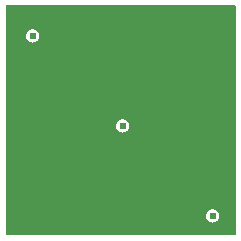
<source format=gbr>
G04 Layer: TopLayer*
G04 EasyEDA v6.1.49, Sat, 08 Jun 2019 15:20:32 GMT*
G04 67eb3f2711d84385b02b45c74739b1d2,f2e733f61c4c4f0caaaab363faf1c69b,NaN*
G04 Gerber Generator version 0.2*
G04 Scale: 100 percent, Rotated: No, Reflected: No *
G04 Dimensions in millimeters *
G04 leading zeros omitted , absolute positions ,3 integer and 3 decimal *
%FSLAX33Y33*%
%MOMM*%
G90*
G71D02*

%ADD11C,0.609600*%

%LPD*%
G36*
G01X19633Y19734D02*
G01X366Y19734D01*
G01X352Y19733D01*
G01X338Y19730D01*
G01X324Y19725D01*
G01X311Y19718D01*
G01X300Y19709D01*
G01X290Y19699D01*
G01X281Y19688D01*
G01X274Y19675D01*
G01X269Y19661D01*
G01X266Y19647D01*
G01X265Y19633D01*
G01X265Y366D01*
G01X266Y352D01*
G01X269Y338D01*
G01X274Y324D01*
G01X281Y311D01*
G01X290Y300D01*
G01X300Y290D01*
G01X311Y281D01*
G01X324Y274D01*
G01X338Y269D01*
G01X352Y266D01*
G01X366Y265D01*
G01X19633Y265D01*
G01X19647Y266D01*
G01X19661Y269D01*
G01X19675Y274D01*
G01X19688Y281D01*
G01X19699Y290D01*
G01X19709Y300D01*
G01X19718Y311D01*
G01X19725Y324D01*
G01X19730Y338D01*
G01X19733Y352D01*
G01X19734Y366D01*
G01X19734Y19633D01*
G01X19733Y19647D01*
G01X19730Y19661D01*
G01X19725Y19675D01*
G01X19718Y19688D01*
G01X19709Y19699D01*
G01X19699Y19709D01*
G01X19688Y19718D01*
G01X19675Y19725D01*
G01X19661Y19730D01*
G01X19647Y19733D01*
G01X19633Y19734D01*
G37*

%LPC*%
G36*
G01X17813Y2456D02*
G01X17780Y2457D01*
G01X17746Y2456D01*
G01X17712Y2453D01*
G01X17679Y2448D01*
G01X17646Y2441D01*
G01X17614Y2432D01*
G01X17582Y2421D01*
G01X17551Y2408D01*
G01X17520Y2393D01*
G01X17491Y2376D01*
G01X17463Y2358D01*
G01X17436Y2338D01*
G01X17410Y2317D01*
G01X17385Y2294D01*
G01X17362Y2269D01*
G01X17341Y2243D01*
G01X17321Y2216D01*
G01X17303Y2188D01*
G01X17286Y2159D01*
G01X17271Y2128D01*
G01X17258Y2097D01*
G01X17247Y2065D01*
G01X17238Y2033D01*
G01X17231Y2000D01*
G01X17226Y1967D01*
G01X17223Y1933D01*
G01X17222Y1899D01*
G01X17223Y1866D01*
G01X17226Y1832D01*
G01X17231Y1799D01*
G01X17238Y1766D01*
G01X17247Y1734D01*
G01X17258Y1702D01*
G01X17271Y1671D01*
G01X17286Y1640D01*
G01X17303Y1611D01*
G01X17321Y1583D01*
G01X17341Y1556D01*
G01X17362Y1530D01*
G01X17385Y1505D01*
G01X17410Y1482D01*
G01X17436Y1461D01*
G01X17463Y1441D01*
G01X17491Y1423D01*
G01X17520Y1406D01*
G01X17551Y1391D01*
G01X17582Y1378D01*
G01X17614Y1367D01*
G01X17646Y1358D01*
G01X17679Y1351D01*
G01X17712Y1346D01*
G01X17746Y1343D01*
G01X17780Y1342D01*
G01X17813Y1343D01*
G01X17847Y1346D01*
G01X17880Y1351D01*
G01X17913Y1358D01*
G01X17945Y1367D01*
G01X17977Y1378D01*
G01X18008Y1391D01*
G01X18039Y1406D01*
G01X18068Y1423D01*
G01X18096Y1441D01*
G01X18123Y1461D01*
G01X18149Y1482D01*
G01X18174Y1505D01*
G01X18197Y1530D01*
G01X18218Y1556D01*
G01X18238Y1583D01*
G01X18256Y1611D01*
G01X18273Y1640D01*
G01X18288Y1671D01*
G01X18301Y1702D01*
G01X18312Y1734D01*
G01X18321Y1766D01*
G01X18328Y1799D01*
G01X18333Y1832D01*
G01X18336Y1866D01*
G01X18337Y1899D01*
G01X18336Y1933D01*
G01X18333Y1967D01*
G01X18328Y2000D01*
G01X18321Y2033D01*
G01X18312Y2065D01*
G01X18301Y2097D01*
G01X18288Y2128D01*
G01X18273Y2159D01*
G01X18256Y2188D01*
G01X18238Y2216D01*
G01X18218Y2243D01*
G01X18197Y2269D01*
G01X18174Y2294D01*
G01X18149Y2317D01*
G01X18123Y2338D01*
G01X18096Y2358D01*
G01X18068Y2376D01*
G01X18039Y2393D01*
G01X18008Y2408D01*
G01X17977Y2421D01*
G01X17945Y2432D01*
G01X17913Y2441D01*
G01X17880Y2448D01*
G01X17847Y2453D01*
G01X17813Y2456D01*
G37*
G36*
G01X10193Y10076D02*
G01X10160Y10077D01*
G01X10126Y10076D01*
G01X10092Y10073D01*
G01X10059Y10068D01*
G01X10026Y10061D01*
G01X9994Y10052D01*
G01X9962Y10041D01*
G01X9931Y10028D01*
G01X9900Y10013D01*
G01X9871Y9996D01*
G01X9843Y9978D01*
G01X9816Y9958D01*
G01X9790Y9937D01*
G01X9765Y9914D01*
G01X9742Y9889D01*
G01X9721Y9863D01*
G01X9701Y9836D01*
G01X9683Y9808D01*
G01X9666Y9779D01*
G01X9651Y9748D01*
G01X9638Y9717D01*
G01X9627Y9685D01*
G01X9618Y9653D01*
G01X9611Y9620D01*
G01X9606Y9587D01*
G01X9603Y9553D01*
G01X9602Y9519D01*
G01X9603Y9486D01*
G01X9606Y9452D01*
G01X9611Y9419D01*
G01X9618Y9386D01*
G01X9627Y9354D01*
G01X9638Y9322D01*
G01X9651Y9291D01*
G01X9666Y9260D01*
G01X9683Y9231D01*
G01X9701Y9203D01*
G01X9721Y9176D01*
G01X9742Y9150D01*
G01X9765Y9125D01*
G01X9790Y9102D01*
G01X9816Y9081D01*
G01X9843Y9061D01*
G01X9871Y9043D01*
G01X9900Y9026D01*
G01X9931Y9011D01*
G01X9962Y8998D01*
G01X9994Y8987D01*
G01X10026Y8978D01*
G01X10059Y8971D01*
G01X10092Y8966D01*
G01X10126Y8963D01*
G01X10160Y8962D01*
G01X10193Y8963D01*
G01X10227Y8966D01*
G01X10260Y8971D01*
G01X10293Y8978D01*
G01X10325Y8987D01*
G01X10357Y8998D01*
G01X10388Y9011D01*
G01X10419Y9026D01*
G01X10448Y9043D01*
G01X10476Y9061D01*
G01X10503Y9081D01*
G01X10529Y9102D01*
G01X10554Y9125D01*
G01X10577Y9150D01*
G01X10598Y9176D01*
G01X10618Y9203D01*
G01X10636Y9231D01*
G01X10653Y9260D01*
G01X10668Y9291D01*
G01X10681Y9322D01*
G01X10692Y9354D01*
G01X10701Y9386D01*
G01X10708Y9419D01*
G01X10713Y9452D01*
G01X10716Y9486D01*
G01X10717Y9519D01*
G01X10716Y9553D01*
G01X10713Y9587D01*
G01X10708Y9620D01*
G01X10701Y9653D01*
G01X10692Y9685D01*
G01X10681Y9717D01*
G01X10668Y9748D01*
G01X10653Y9779D01*
G01X10636Y9808D01*
G01X10618Y9836D01*
G01X10598Y9863D01*
G01X10577Y9889D01*
G01X10554Y9914D01*
G01X10529Y9937D01*
G01X10503Y9958D01*
G01X10476Y9978D01*
G01X10448Y9996D01*
G01X10419Y10013D01*
G01X10388Y10028D01*
G01X10357Y10041D01*
G01X10325Y10052D01*
G01X10293Y10061D01*
G01X10260Y10068D01*
G01X10227Y10073D01*
G01X10193Y10076D01*
G37*
G36*
G01X2573Y17696D02*
G01X2540Y17697D01*
G01X2506Y17696D01*
G01X2472Y17693D01*
G01X2439Y17688D01*
G01X2406Y17681D01*
G01X2374Y17672D01*
G01X2342Y17661D01*
G01X2311Y17648D01*
G01X2280Y17633D01*
G01X2251Y17616D01*
G01X2223Y17598D01*
G01X2196Y17578D01*
G01X2170Y17557D01*
G01X2145Y17534D01*
G01X2122Y17509D01*
G01X2101Y17483D01*
G01X2081Y17456D01*
G01X2063Y17428D01*
G01X2046Y17399D01*
G01X2031Y17368D01*
G01X2018Y17337D01*
G01X2007Y17305D01*
G01X1998Y17273D01*
G01X1991Y17240D01*
G01X1986Y17207D01*
G01X1983Y17173D01*
G01X1982Y17139D01*
G01X1983Y17106D01*
G01X1986Y17072D01*
G01X1991Y17039D01*
G01X1998Y17006D01*
G01X2007Y16974D01*
G01X2018Y16942D01*
G01X2031Y16911D01*
G01X2046Y16880D01*
G01X2063Y16851D01*
G01X2081Y16823D01*
G01X2101Y16796D01*
G01X2122Y16770D01*
G01X2145Y16745D01*
G01X2170Y16722D01*
G01X2196Y16701D01*
G01X2223Y16681D01*
G01X2251Y16663D01*
G01X2280Y16646D01*
G01X2311Y16631D01*
G01X2342Y16618D01*
G01X2374Y16607D01*
G01X2406Y16598D01*
G01X2439Y16591D01*
G01X2472Y16586D01*
G01X2506Y16583D01*
G01X2540Y16582D01*
G01X2573Y16583D01*
G01X2607Y16586D01*
G01X2640Y16591D01*
G01X2673Y16598D01*
G01X2705Y16607D01*
G01X2737Y16618D01*
G01X2768Y16631D01*
G01X2799Y16646D01*
G01X2828Y16663D01*
G01X2856Y16681D01*
G01X2883Y16701D01*
G01X2909Y16722D01*
G01X2934Y16745D01*
G01X2957Y16770D01*
G01X2978Y16796D01*
G01X2998Y16823D01*
G01X3016Y16851D01*
G01X3033Y16880D01*
G01X3048Y16911D01*
G01X3061Y16942D01*
G01X3072Y16974D01*
G01X3081Y17006D01*
G01X3088Y17039D01*
G01X3093Y17072D01*
G01X3096Y17106D01*
G01X3097Y17139D01*
G01X3096Y17173D01*
G01X3093Y17207D01*
G01X3088Y17240D01*
G01X3081Y17273D01*
G01X3072Y17305D01*
G01X3061Y17337D01*
G01X3048Y17368D01*
G01X3033Y17399D01*
G01X3016Y17428D01*
G01X2998Y17456D01*
G01X2978Y17483D01*
G01X2957Y17509D01*
G01X2934Y17534D01*
G01X2909Y17557D01*
G01X2883Y17578D01*
G01X2856Y17598D01*
G01X2828Y17616D01*
G01X2799Y17633D01*
G01X2768Y17648D01*
G01X2737Y17661D01*
G01X2705Y17672D01*
G01X2673Y17681D01*
G01X2640Y17688D01*
G01X2607Y17693D01*
G01X2573Y17696D01*
G37*

%LPD*%
G36*
G01X19633Y19734D02*
G01X366Y19734D01*
G01X352Y19733D01*
G01X338Y19730D01*
G01X324Y19725D01*
G01X311Y19718D01*
G01X300Y19709D01*
G01X290Y19699D01*
G01X281Y19688D01*
G01X274Y19675D01*
G01X269Y19661D01*
G01X266Y19647D01*
G01X265Y19633D01*
G01X265Y366D01*
G01X266Y352D01*
G01X269Y338D01*
G01X274Y324D01*
G01X281Y311D01*
G01X290Y300D01*
G01X300Y290D01*
G01X311Y281D01*
G01X324Y274D01*
G01X338Y269D01*
G01X352Y266D01*
G01X366Y265D01*
G01X19633Y265D01*
G01X19647Y266D01*
G01X19661Y269D01*
G01X19675Y274D01*
G01X19688Y281D01*
G01X19699Y290D01*
G01X19709Y300D01*
G01X19718Y311D01*
G01X19725Y324D01*
G01X19730Y338D01*
G01X19733Y352D01*
G01X19734Y366D01*
G01X19734Y19633D01*
G01X19733Y19647D01*
G01X19730Y19661D01*
G01X19725Y19675D01*
G01X19718Y19688D01*
G01X19709Y19699D01*
G01X19699Y19709D01*
G01X19688Y19718D01*
G01X19675Y19725D01*
G01X19661Y19730D01*
G01X19647Y19733D01*
G01X19633Y19734D01*
G37*

%LPC*%
G36*
G01X17813Y2456D02*
G01X17780Y2457D01*
G01X17746Y2456D01*
G01X17712Y2453D01*
G01X17679Y2448D01*
G01X17646Y2441D01*
G01X17614Y2432D01*
G01X17582Y2421D01*
G01X17551Y2408D01*
G01X17520Y2393D01*
G01X17491Y2376D01*
G01X17463Y2358D01*
G01X17436Y2338D01*
G01X17410Y2317D01*
G01X17385Y2294D01*
G01X17362Y2269D01*
G01X17341Y2243D01*
G01X17321Y2216D01*
G01X17303Y2188D01*
G01X17286Y2159D01*
G01X17271Y2128D01*
G01X17258Y2097D01*
G01X17247Y2065D01*
G01X17238Y2033D01*
G01X17231Y2000D01*
G01X17226Y1967D01*
G01X17223Y1933D01*
G01X17222Y1899D01*
G01X17223Y1866D01*
G01X17226Y1832D01*
G01X17231Y1799D01*
G01X17238Y1766D01*
G01X17247Y1734D01*
G01X17258Y1702D01*
G01X17271Y1671D01*
G01X17286Y1640D01*
G01X17303Y1611D01*
G01X17321Y1583D01*
G01X17341Y1556D01*
G01X17362Y1530D01*
G01X17385Y1505D01*
G01X17410Y1482D01*
G01X17436Y1461D01*
G01X17463Y1441D01*
G01X17491Y1423D01*
G01X17520Y1406D01*
G01X17551Y1391D01*
G01X17582Y1378D01*
G01X17614Y1367D01*
G01X17646Y1358D01*
G01X17679Y1351D01*
G01X17712Y1346D01*
G01X17746Y1343D01*
G01X17780Y1342D01*
G01X17813Y1343D01*
G01X17847Y1346D01*
G01X17880Y1351D01*
G01X17913Y1358D01*
G01X17945Y1367D01*
G01X17977Y1378D01*
G01X18008Y1391D01*
G01X18039Y1406D01*
G01X18068Y1423D01*
G01X18096Y1441D01*
G01X18123Y1461D01*
G01X18149Y1482D01*
G01X18174Y1505D01*
G01X18197Y1530D01*
G01X18218Y1556D01*
G01X18238Y1583D01*
G01X18256Y1611D01*
G01X18273Y1640D01*
G01X18288Y1671D01*
G01X18301Y1702D01*
G01X18312Y1734D01*
G01X18321Y1766D01*
G01X18328Y1799D01*
G01X18333Y1832D01*
G01X18336Y1866D01*
G01X18337Y1899D01*
G01X18336Y1933D01*
G01X18333Y1967D01*
G01X18328Y2000D01*
G01X18321Y2033D01*
G01X18312Y2065D01*
G01X18301Y2097D01*
G01X18288Y2128D01*
G01X18273Y2159D01*
G01X18256Y2188D01*
G01X18238Y2216D01*
G01X18218Y2243D01*
G01X18197Y2269D01*
G01X18174Y2294D01*
G01X18149Y2317D01*
G01X18123Y2338D01*
G01X18096Y2358D01*
G01X18068Y2376D01*
G01X18039Y2393D01*
G01X18008Y2408D01*
G01X17977Y2421D01*
G01X17945Y2432D01*
G01X17913Y2441D01*
G01X17880Y2448D01*
G01X17847Y2453D01*
G01X17813Y2456D01*
G37*
G36*
G01X10193Y10076D02*
G01X10160Y10077D01*
G01X10126Y10076D01*
G01X10092Y10073D01*
G01X10059Y10068D01*
G01X10026Y10061D01*
G01X9994Y10052D01*
G01X9962Y10041D01*
G01X9931Y10028D01*
G01X9900Y10013D01*
G01X9871Y9996D01*
G01X9843Y9978D01*
G01X9816Y9958D01*
G01X9790Y9937D01*
G01X9765Y9914D01*
G01X9742Y9889D01*
G01X9721Y9863D01*
G01X9701Y9836D01*
G01X9683Y9808D01*
G01X9666Y9779D01*
G01X9651Y9748D01*
G01X9638Y9717D01*
G01X9627Y9685D01*
G01X9618Y9653D01*
G01X9611Y9620D01*
G01X9606Y9587D01*
G01X9603Y9553D01*
G01X9602Y9519D01*
G01X9603Y9486D01*
G01X9606Y9452D01*
G01X9611Y9419D01*
G01X9618Y9386D01*
G01X9627Y9354D01*
G01X9638Y9322D01*
G01X9651Y9291D01*
G01X9666Y9260D01*
G01X9683Y9231D01*
G01X9701Y9203D01*
G01X9721Y9176D01*
G01X9742Y9150D01*
G01X9765Y9125D01*
G01X9790Y9102D01*
G01X9816Y9081D01*
G01X9843Y9061D01*
G01X9871Y9043D01*
G01X9900Y9026D01*
G01X9931Y9011D01*
G01X9962Y8998D01*
G01X9994Y8987D01*
G01X10026Y8978D01*
G01X10059Y8971D01*
G01X10092Y8966D01*
G01X10126Y8963D01*
G01X10160Y8962D01*
G01X10193Y8963D01*
G01X10227Y8966D01*
G01X10260Y8971D01*
G01X10293Y8978D01*
G01X10325Y8987D01*
G01X10357Y8998D01*
G01X10388Y9011D01*
G01X10419Y9026D01*
G01X10448Y9043D01*
G01X10476Y9061D01*
G01X10503Y9081D01*
G01X10529Y9102D01*
G01X10554Y9125D01*
G01X10577Y9150D01*
G01X10598Y9176D01*
G01X10618Y9203D01*
G01X10636Y9231D01*
G01X10653Y9260D01*
G01X10668Y9291D01*
G01X10681Y9322D01*
G01X10692Y9354D01*
G01X10701Y9386D01*
G01X10708Y9419D01*
G01X10713Y9452D01*
G01X10716Y9486D01*
G01X10717Y9519D01*
G01X10716Y9553D01*
G01X10713Y9587D01*
G01X10708Y9620D01*
G01X10701Y9653D01*
G01X10692Y9685D01*
G01X10681Y9717D01*
G01X10668Y9748D01*
G01X10653Y9779D01*
G01X10636Y9808D01*
G01X10618Y9836D01*
G01X10598Y9863D01*
G01X10577Y9889D01*
G01X10554Y9914D01*
G01X10529Y9937D01*
G01X10503Y9958D01*
G01X10476Y9978D01*
G01X10448Y9996D01*
G01X10419Y10013D01*
G01X10388Y10028D01*
G01X10357Y10041D01*
G01X10325Y10052D01*
G01X10293Y10061D01*
G01X10260Y10068D01*
G01X10227Y10073D01*
G01X10193Y10076D01*
G37*
G36*
G01X2573Y17696D02*
G01X2540Y17697D01*
G01X2506Y17696D01*
G01X2472Y17693D01*
G01X2439Y17688D01*
G01X2406Y17681D01*
G01X2374Y17672D01*
G01X2342Y17661D01*
G01X2311Y17648D01*
G01X2280Y17633D01*
G01X2251Y17616D01*
G01X2223Y17598D01*
G01X2196Y17578D01*
G01X2170Y17557D01*
G01X2145Y17534D01*
G01X2122Y17509D01*
G01X2101Y17483D01*
G01X2081Y17456D01*
G01X2063Y17428D01*
G01X2046Y17399D01*
G01X2031Y17368D01*
G01X2018Y17337D01*
G01X2007Y17305D01*
G01X1998Y17273D01*
G01X1991Y17240D01*
G01X1986Y17207D01*
G01X1983Y17173D01*
G01X1982Y17139D01*
G01X1983Y17106D01*
G01X1986Y17072D01*
G01X1991Y17039D01*
G01X1998Y17006D01*
G01X2007Y16974D01*
G01X2018Y16942D01*
G01X2031Y16911D01*
G01X2046Y16880D01*
G01X2063Y16851D01*
G01X2081Y16823D01*
G01X2101Y16796D01*
G01X2122Y16770D01*
G01X2145Y16745D01*
G01X2170Y16722D01*
G01X2196Y16701D01*
G01X2223Y16681D01*
G01X2251Y16663D01*
G01X2280Y16646D01*
G01X2311Y16631D01*
G01X2342Y16618D01*
G01X2374Y16607D01*
G01X2406Y16598D01*
G01X2439Y16591D01*
G01X2472Y16586D01*
G01X2506Y16583D01*
G01X2540Y16582D01*
G01X2573Y16583D01*
G01X2607Y16586D01*
G01X2640Y16591D01*
G01X2673Y16598D01*
G01X2705Y16607D01*
G01X2737Y16618D01*
G01X2768Y16631D01*
G01X2799Y16646D01*
G01X2828Y16663D01*
G01X2856Y16681D01*
G01X2883Y16701D01*
G01X2909Y16722D01*
G01X2934Y16745D01*
G01X2957Y16770D01*
G01X2978Y16796D01*
G01X2998Y16823D01*
G01X3016Y16851D01*
G01X3033Y16880D01*
G01X3048Y16911D01*
G01X3061Y16942D01*
G01X3072Y16974D01*
G01X3081Y17006D01*
G01X3088Y17039D01*
G01X3093Y17072D01*
G01X3096Y17106D01*
G01X3097Y17139D01*
G01X3096Y17173D01*
G01X3093Y17207D01*
G01X3088Y17240D01*
G01X3081Y17273D01*
G01X3072Y17305D01*
G01X3061Y17337D01*
G01X3048Y17368D01*
G01X3033Y17399D01*
G01X3016Y17428D01*
G01X2998Y17456D01*
G01X2978Y17483D01*
G01X2957Y17509D01*
G01X2934Y17534D01*
G01X2909Y17557D01*
G01X2883Y17578D01*
G01X2856Y17598D01*
G01X2828Y17616D01*
G01X2799Y17633D01*
G01X2768Y17648D01*
G01X2737Y17661D01*
G01X2705Y17672D01*
G01X2673Y17681D01*
G01X2640Y17688D01*
G01X2607Y17693D01*
G01X2573Y17696D01*
G37*

%LPD*%
G54D11*
G01X2540Y17139D03*
G01X17780Y1899D03*
G01X10160Y9519D03*
M00*
M02*

</source>
